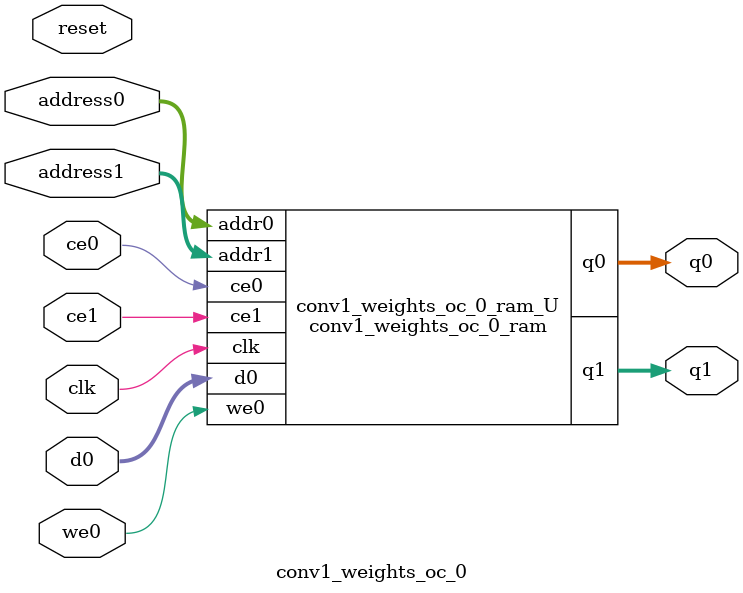
<source format=v>

`timescale 1 ns / 1 ps
module conv1_weights_oc_0_ram (addr0, ce0, d0, we0, q0, addr1, ce1, q1,  clk);

parameter DWIDTH = 32;
parameter AWIDTH = 8;
parameter MEM_SIZE = 150;

input[AWIDTH-1:0] addr0;
input ce0;
input[DWIDTH-1:0] d0;
input we0;
output reg[DWIDTH-1:0] q0;
input[AWIDTH-1:0] addr1;
input ce1;
output reg[DWIDTH-1:0] q1;
input clk;

(* ram_style = "block" *)reg [DWIDTH-1:0] ram[0:MEM_SIZE-1];




always @(posedge clk)  
begin 
    if (ce0) 
    begin
        if (we0) 
        begin 
            ram[addr0] <= d0; 
            q0 <= d0;
        end 
        else 
            q0 <= ram[addr0];
    end
end


always @(posedge clk)  
begin 
    if (ce1) 
    begin
            q1 <= ram[addr1];
    end
end


endmodule


`timescale 1 ns / 1 ps
module conv1_weights_oc_0(
    reset,
    clk,
    address0,
    ce0,
    we0,
    d0,
    q0,
    address1,
    ce1,
    q1);

parameter DataWidth = 32'd32;
parameter AddressRange = 32'd150;
parameter AddressWidth = 32'd8;
input reset;
input clk;
input[AddressWidth - 1:0] address0;
input ce0;
input we0;
input[DataWidth - 1:0] d0;
output[DataWidth - 1:0] q0;
input[AddressWidth - 1:0] address1;
input ce1;
output[DataWidth - 1:0] q1;



conv1_weights_oc_0_ram conv1_weights_oc_0_ram_U(
    .clk( clk ),
    .addr0( address0 ),
    .ce0( ce0 ),
    .we0( we0 ),
    .d0( d0 ),
    .q0( q0 ),
    .addr1( address1 ),
    .ce1( ce1 ),
    .q1( q1 ));

endmodule


</source>
